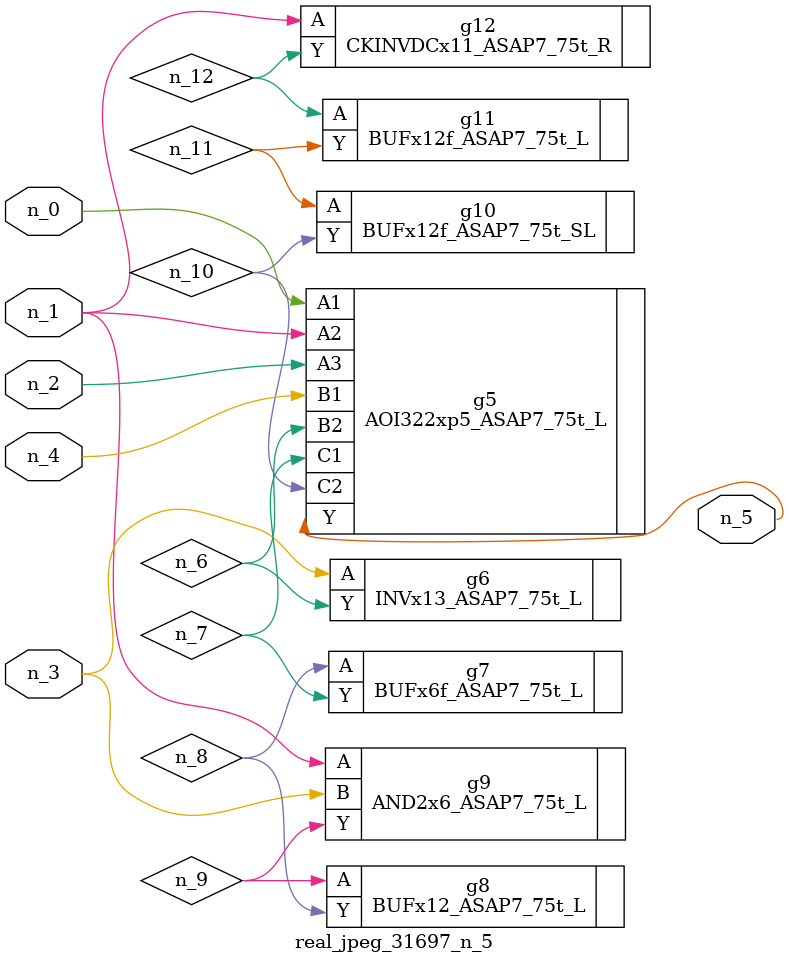
<source format=v>
module real_jpeg_31697_n_5 (n_4, n_0, n_1, n_2, n_3, n_5);

input n_4;
input n_0;
input n_1;
input n_2;
input n_3;

output n_5;

wire n_12;
wire n_8;
wire n_11;
wire n_6;
wire n_7;
wire n_10;
wire n_9;

AOI322xp5_ASAP7_75t_L g5 ( 
.A1(n_0),
.A2(n_1),
.A3(n_2),
.B1(n_4),
.B2(n_6),
.C1(n_7),
.C2(n_10),
.Y(n_5)
);

AND2x6_ASAP7_75t_L g9 ( 
.A(n_1),
.B(n_3),
.Y(n_9)
);

CKINVDCx11_ASAP7_75t_R g12 ( 
.A(n_1),
.Y(n_12)
);

INVx13_ASAP7_75t_L g6 ( 
.A(n_3),
.Y(n_6)
);

BUFx6f_ASAP7_75t_L g7 ( 
.A(n_8),
.Y(n_7)
);

BUFx12_ASAP7_75t_L g8 ( 
.A(n_9),
.Y(n_8)
);

BUFx12f_ASAP7_75t_SL g10 ( 
.A(n_11),
.Y(n_10)
);

BUFx12f_ASAP7_75t_L g11 ( 
.A(n_12),
.Y(n_11)
);


endmodule
</source>
